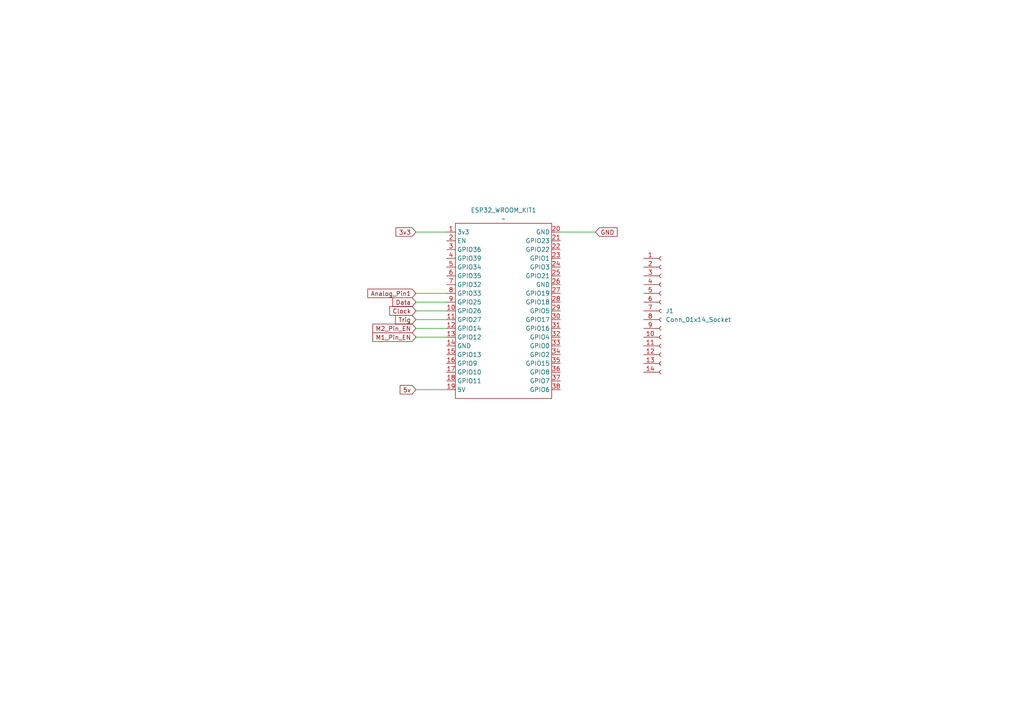
<source format=kicad_sch>
(kicad_sch (version 20231120) (generator "eeschema") (generator_version "8.0")
  (paper "A4")
  (title_block (title "Carte electronique Exodus") (company "Fablab"))
  (lib_symbols
    (symbol "Connector:Conn_01x14_Socket" (pin_names (offset 1.016) hide)
      (property "Reference" "J" (at 0 17.78 0))
      (property "Value" "Conn_01x14_Socket" (at 0 -20.32 0))
      (symbol "Conn_01x14_Socket_1_1"
        (arc (start 0 -17.272) (mid -0.5058 -17.78) (end 0 -18.288) (stroke (width 0.1524)))
        (arc (start 0 -14.732) (mid -0.5058 -15.24) (end 0 -15.748) (stroke (width 0.1524)))
        (arc (start 0 -12.192) (mid -0.5058 -12.7) (end 0 -13.208) (stroke (width 0.1524)))
        (arc (start 0 -9.652) (mid -0.5058 -10.16) (end 0 -10.668) (stroke (width 0.1524)))
        (arc (start 0 -7.112) (mid -0.5058 -7.62) (end 0 -8.128) (stroke (width 0.1524)))
        (arc (start 0 -4.572) (mid -0.5058 -5.08) (end 0 -5.588) (stroke (width 0.1524)))
        (arc (start 0 -2.032) (mid -0.5058 -2.54) (end 0 -3.048) (stroke (width 0.1524)))
        (polyline (pts (xy -1.27 -17.78) (xy -0.508 -17.78)) (stroke (width 0.1524)))
        (polyline (pts (xy -1.27 -15.24) (xy -0.508 -15.24)) (stroke (width 0.1524)))
        (polyline (pts (xy -1.27 -12.7) (xy -0.508 -12.7)) (stroke (width 0.1524)))
        (polyline (pts (xy -1.27 -10.16) (xy -0.508 -10.16)) (stroke (width 0.1524)))
        (polyline (pts (xy -1.27 -7.62) (xy -0.508 -7.62)) (stroke (width 0.1524)))
        (polyline (pts (xy -1.27 -5.08) (xy -0.508 -5.08)) (stroke (width 0.1524)))
        (polyline (pts (xy -1.27 -2.54) (xy -0.508 -2.54)) (stroke (width 0.1524)))
        (polyline (pts (xy -1.27 0) (xy -0.508 0)) (stroke (width 0.1524)))
        (polyline (pts (xy -1.27 2.54) (xy -0.508 2.54)) (stroke (width 0.1524)))
        (polyline (pts (xy -1.27 5.08) (xy -0.508 5.08)) (stroke (width 0.1524)))
        (polyline (pts (xy -1.27 7.62) (xy -0.508 7.62)) (stroke (width 0.1524)))
        (polyline (pts (xy -1.27 10.16) (xy -0.508 10.16)) (stroke (width 0.1524)))
        (polyline (pts (xy -1.27 12.7) (xy -0.508 12.7)) (stroke (width 0.1524)))
        (polyline (pts (xy -1.27 15.24) (xy -0.508 15.24)) (stroke (width 0.1524)))
        (arc (start 0 0.508) (mid -0.5058 0) (end 0 -0.508) (stroke (width 0.1524)))
        (arc (start 0 3.048) (mid -0.5058 2.54) (end 0 2.032) (stroke (width 0.1524)))
        (arc (start 0 5.588) (mid -0.5058 5.08) (end 0 4.572) (stroke (width 0.1524)))
        (arc (start 0 8.128) (mid -0.5058 7.62) (end 0 7.112) (stroke (width 0.1524)))
        (arc (start 0 10.668) (mid -0.5058 10.16) (end 0 9.652) (stroke (width 0.1524)))
        (arc (start 0 13.208) (mid -0.5058 12.7) (end 0 12.192) (stroke (width 0.1524)))
        (arc (start 0 15.748) (mid -0.5058 15.24) (end 0 14.732) (stroke (width 0.1524)))
        (pin passive line (at -5.08 15.24 0) (length 3.81) (name "Pin_1") (number "1"))
        (pin passive line (at -5.08 -7.62 0) (length 3.81) (name "Pin_10") (number "10"))
        (pin passive line (at -5.08 -10.16 0) (length 3.81) (name "Pin_11") (number "11"))
        (pin passive line (at -5.08 -12.7 0) (length 3.81) (name "Pin_12") (number "12"))
        (pin passive line (at -5.08 -15.24 0) (length 3.81) (name "Pin_13") (number "13"))
        (pin passive line (at -5.08 -17.78 0) (length 3.81) (name "Pin_14") (number "14"))
        (pin passive line (at -5.08 12.7 0) (length 3.81) (name "Pin_2") (number "2"))
        (pin passive line (at -5.08 10.16 0) (length 3.81) (name "Pin_3") (number "3"))
        (pin passive line (at -5.08 7.62 0) (length 3.81) (name "Pin_4") (number "4"))
        (pin passive line (at -5.08 5.08 0) (length 3.81) (name "Pin_5") (number "5"))
        (pin passive line (at -5.08 2.54 0) (length 3.81) (name "Pin_6") (number "6"))
        (pin passive line (at -5.08 0 0) (length 3.81) (name "Pin_7") (number "7"))
        (pin passive line (at -5.08 -2.54 0) (length 3.81) (name "Pin_8") (number "8"))
        (pin passive line (at -5.08 -5.08 0) (length 3.81) (name "Pin_9") (number "9"))
      )
    )
    (symbol "MyEsp32_Library:Esp32_38pin"
      (property "Reference" "ESP32_WROOM_KIT" (at 0.254 14.478 0))
      (symbol "Esp32_38pin_0_1"
        (rectangle (start -13.97 12.7) (end 13.97 -38.1))
      )
      (symbol "Esp32_38pin_1_1"
        (pin power_in line (at -16.51 10.16 0) (length 2.54) (name "3v3") (number "1"))
        (pin bidirectional line (at -16.51 -12.7 0) (length 2.54) (name "GPIO26") (number "10"))
        (pin bidirectional line (at -16.51 -15.24 0) (length 2.54) (name "GPIO27") (number "11"))
        (pin bidirectional line (at -16.51 -17.78 0) (length 2.54) (name "GPIO14") (number "12"))
        (pin bidirectional line (at -16.51 -20.32 0) (length 2.54) (name "GPIO12") (number "13"))
        (pin power_out line (at -16.51 -22.86 0) (length 2.54) (name "GND") (number "14"))
        (pin bidirectional line (at -16.51 -25.4 0) (length 2.54) (name "GPIO13") (number "15"))
        (pin bidirectional line (at -16.51 -27.94 0) (length 2.54) (name "GPIO9") (number "16"))
        (pin bidirectional line (at -16.51 -30.48 0) (length 2.54) (name "GPIO10") (number "17"))
        (pin bidirectional line (at -16.51 -33.02 0) (length 2.54) (name "GPIO11") (number "18"))
        (pin power_in line (at -16.51 -35.56 0) (length 2.54) (name "5V") (number "19"))
        (pin unspecified line (at -16.51 7.62 0) (length 2.54) (name "EN") (number "2"))
        (pin power_out line (at 16.51 10.16 180) (length 2.54) (name "GND") (number "20"))
        (pin bidirectional line (at 16.51 7.62 180) (length 2.54) (name "GPIO23") (number "21"))
        (pin bidirectional line (at 16.51 5.08 180) (length 2.54) (name "GPIO22") (number "22"))
        (pin bidirectional line (at 16.51 2.54 180) (length 2.54) (name "GPIO1") (number "23"))
        (pin bidirectional line (at 16.51 0 180) (length 2.54) (name "GPIO3") (number "24"))
        (pin bidirectional line (at 16.51 -2.54 180) (length 2.54) (name "GPIO21") (number "25"))
        (pin power_out line (at 16.51 -5.08 180) (length 2.54) (name "GND") (number "26"))
        (pin bidirectional line (at 16.51 -7.62 180) (length 2.54) (name "GPIO19") (number "27"))
        (pin bidirectional line (at 16.51 -10.16 180) (length 2.54) (name "GPIO18") (number "28"))
        (pin bidirectional line (at 16.51 -12.7 180) (length 2.54) (name "GPIO5") (number "29"))
        (pin input line (at -16.51 5.08 0) (length 2.54) (name "GPIO36") (number "3"))
        (pin bidirectional line (at 16.51 -15.24 180) (length 2.54) (name "GPIO17") (number "30"))
        (pin bidirectional line (at 16.51 -17.78 180) (length 2.54) (name "GPIO16") (number "31"))
        (pin bidirectional line (at 16.51 -20.32 180) (length 2.54) (name "GPIO4") (number "32"))
        (pin bidirectional line (at 16.51 -22.86 180) (length 2.54) (name "GPIO0") (number "33"))
        (pin bidirectional line (at 16.51 -25.4 180) (length 2.54) (name "GPIO2") (number "34"))
        (pin bidirectional line (at 16.51 -27.94 180) (length 2.54) (name "GPIO15") (number "35"))
        (pin bidirectional line (at 16.51 -30.48 180) (length 2.54) (name "GPIO8") (number "36"))
        (pin bidirectional line (at 16.51 -33.02 180) (length 2.54) (name "GPIO7") (number "37"))
        (pin bidirectional line (at 16.51 -35.56 180) (length 2.54) (name "GPIO6") (number "38"))
        (pin input line (at -16.51 2.54 0) (length 2.54) (name "GPIO39") (number "4"))
        (pin input line (at -16.51 0 0) (length 2.54) (name "GPIO34") (number "5"))
        (pin input line (at -16.51 -2.54 0) (length 2.54) (name "GPIO35") (number "6"))
        (pin bidirectional line (at -16.51 -5.08 0) (length 2.54) (name "GPIO32") (number "7"))
        (pin bidirectional line (at -16.51 -7.62 0) (length 2.54) (name "GPIO33") (number "8"))
        (pin bidirectional line (at -16.51 -10.16 0) (length 2.54) (name "GPIO25") (number "9"))
      )
    )
  )
  (wire (pts (xy 162.56 67.31) (xy 172.72 67.31)))
  (wire (pts (xy 120.65 97.79) (xy 129.54 97.79)))
  (wire (pts (xy 120.65 85.09) (xy 129.54 85.09)))
  (wire (pts (xy 120.65 87.63) (xy 129.54 87.63)))
  (wire (pts (xy 120.65 90.17) (xy 129.54 90.17)))
  (wire (pts (xy 120.65 95.25) (xy 129.54 95.25)))
  (wire (pts (xy 120.65 92.71) (xy 129.54 92.71)))
  (wire (pts (xy 120.65 113.03) (xy 129.54 113.03)))
  (wire (pts (xy 120.65 67.31) (xy 129.54 67.31)))
  (global_label "Clock" (shape input) (at 120.65 90.17 180) (property "Intersheetrefs" "${INTERSHEET_REFS}" (effects (hide yes))))
  (global_label "3v3" (shape input) (at 120.65 67.31 180) (property "Intersheetrefs" "${INTERSHEET_REFS}" (effects (hide yes))))
  (global_label "Data" (shape input) (at 120.65 87.63 180) (property "Intersheetrefs" "${INTERSHEET_REFS}" (effects (hide yes))))
  (global_label "GND" (shape input) (at 172.72 67.31 0) (property "Intersheetrefs" "${INTERSHEET_REFS}" (effects (hide yes))))
  (global_label "Analog_Pin1" (shape input) (at 120.65 85.09 180) (property "Intersheetrefs" "${INTERSHEET_REFS}" (effects (hide yes))))
  (global_label "5v" (shape input) (at 120.65 113.03 180) (property "Intersheetrefs" "${INTERSHEET_REFS}" (effects (hide yes))))
  (global_label "M1_Pin_EN" (shape input) (at 120.65 97.79 180) (property "Intersheetrefs" "${INTERSHEET_REFS}" (effects (hide yes))))
  (global_label "M2_Pin_EN" (shape input) (at 120.65 95.25 180) (property "Intersheetrefs" "${INTERSHEET_REFS}" (effects (hide yes))))
  (global_label "Trig" (shape input) (at 120.65 92.71 180) (property "Intersheetrefs" "${INTERSHEET_REFS}" (effects (hide yes))))
  (symbol (lib_id "Connector:Conn_01x14_Socket") (at 191.77 90.17 0) (unit 1)
    (property "Reference" "J1" (at 193.04 90.1699 0) (effects (justify left)))
    (property "Value" "Conn_01x14_Socket" (at 193.04 92.7099 0) (effects (justify left)))
    (property "Footprint" "Connector_PinSocket_2.54mm:PinSocket_1x14_P2.54mm_Vertical" (effects (hide yes)))
    (property "Description" "Generic connector, single row, 01x14, script generated" (effects (hide yes)))
  )
  (symbol (lib_id "MyEsp32_Library:Esp32_38pin") (at 146.05 77.47 0) (unit 1)
    (property "Reference" "ESP32_WROOM_KIT1" (at 146.05 60.96 0))
    (property "Value" "~" (at 146.05 63.5 0))
    (property "Footprint" "MyEsp32Library:Esp32_Wroom32_DevKit" (effects (hide yes)))
  )
)
</source>
